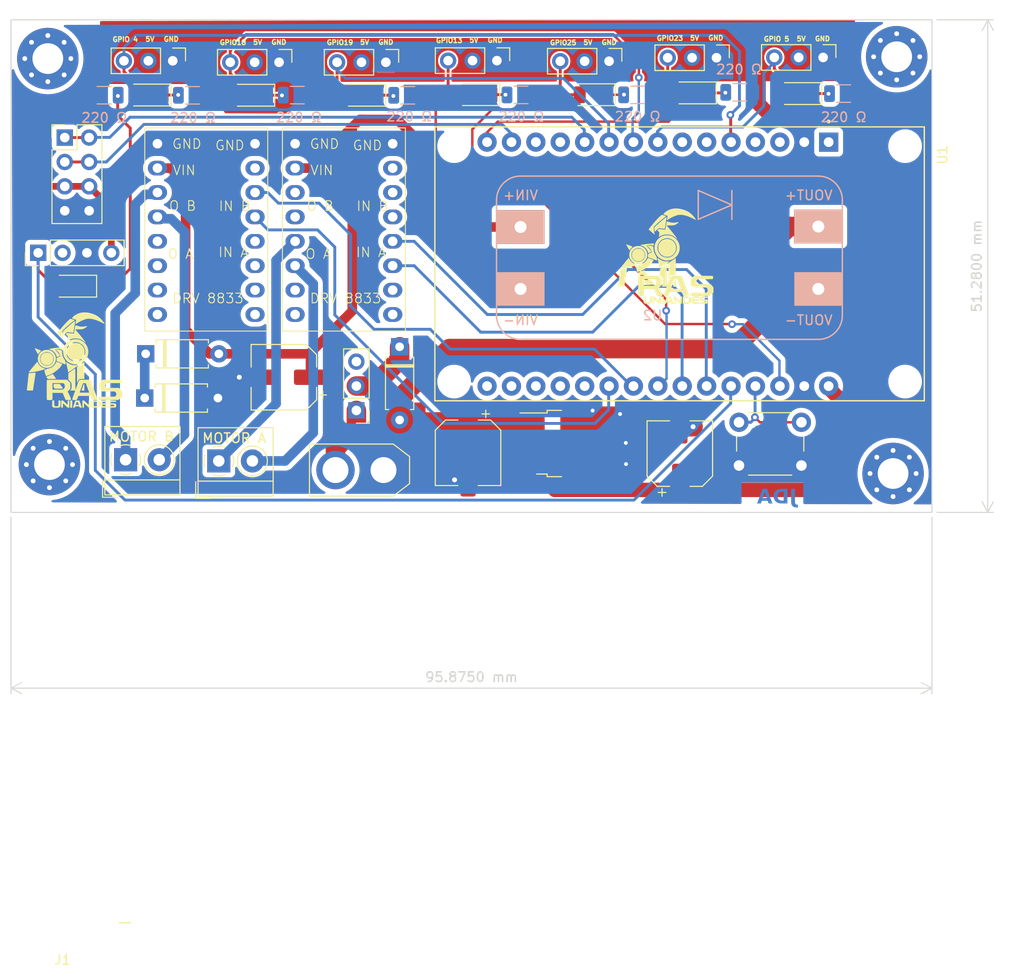
<source format=kicad_pcb>
(kicad_pcb (version 20221018) (generator pcbnew)
  (layers (0 "F.Cu" signal) (31 "B.Cu" signal) (34 "B.Paste" user) (35 "F.Paste" user) (36 "B.SilkS" user "B.Silkscreen") (37 "F.SilkS" user "F.Silkscreen") (38 "B.Mask" user) (39 "F.Mask" user) (44 "Edge.Cuts" user))
  (net 0 "")
  (net 1 "VIN M")
  (net 2 "GND")
  (net 3 "VCC")
  (net 4 "+5V")
  (net 5 "Net-(D1-K)")
  (net 6 "Net-(D3-K)")
  (net 7 "GPIO 4")
  (net 8 "Net-(D4-K)")
  (net 9 "GPIO 19")
  (net 10 "GPIO 14")
  (net 11 "Net-(D6-K)")
  (net 12 "GPIO 23")
  (net 13 "Net-(D7-K)")
  (net 14 "Net-(D8-K)")
  (net 15 "GPIO 5")
  (net 16 "Net-(D9-K)")
  (net 17 "GPIO 13")
  (net 18 "Net-(D10-K)")
  (net 19 "GPIO 18")
  (net 20 "Net-(D11-K)")
  (net 21 "+3V3")
  (net 22 "GPIO 25")
  (net 23 "SDA")
  (net 24 "SCL")
  (net 25 "OUT A1")
  (net 26 "OUT A2")
  (net 27 "OUT B1")
  (net 28 "OUT B2")
  (net 29 "Net-(J1-Pin_1)")
  (net 42 "MOTOR B2")
  (net 43 "MOTOR B1")
  (net 44 "MOTOR A2")
  (net 45 "MOTOR A1")
  (net 47 "GPIO 12")
  (net 48 "Net-(D5-K)")
  (footprint "FootPrints oled:LOGO RAS" (layer "F.Cu") (at 129.412624 76.754897)
    (fp_text reference "REF**" hide)
    (fp_text value "LOGO RAS" hide)
  )
  (footprint "DRV 8833:DRV 8833" (layer "F.Cu") (at 158.9612 84.0064)
    (fp_text reference "DRV 8833")
    (fp_text value "~" hide)
  )
  (footprint "LED_SMD:LED_1206_3216Metric" (layer "F.Cu") (at 130.22 79.38 180)
    (fp_text reference "D5" hide)
    (fp_text value "LED" hide)
  )
  (footprint "Capacitor_SMD:CP_Elec_6.3x5.9" (layer "F.Cu") (at 152 88.86 180)
    (fp_text reference "C1" hide)
    (fp_text value "100 μF ")
  )
  (footprint "Connector_PinHeader_2.54mm:PinHeader_1x03_P2.54mm_Vertical" (layer "F.Cu") (at 208.14 55.57 -90)
    (fp_text reference "J3" hide)
    (fp_text value "JS40M (VISION)")
  )
  (footprint "LED_SMD:LED_1206_3216Metric" (layer "F.Cu") (at 160.33 59.5 180)
    (fp_text reference "D4" hide)
    (fp_text value "LED" hide)
  )
  (footprint "Connector_PinHeader_2.54mm:PinHeader_1x03_P2.54mm_Vertical" (layer "F.Cu") (at 162.62 56.07 -90)
    (fp_text reference "J6" hide)
    (fp_text value "JS40M (VISION)")
  )
  (footprint "Connector_PinHeader_2.54mm:PinHeader_1x03_P2.54mm_Vertical" (layer "F.Cu") (at 159.55 92.315 180)
    (fp_text reference "SW1" hide)
    (fp_text value "SW_SPDT" hide)
  )
  (footprint "MountingHole:MountingHole_3.2mm_M3_Pad_Via" (layer "F.Cu") (at 127.427056 55.687056)
    (fp_text reference "H1" hide)
    (fp_text value "MountingHole" hide)
  )
  (footprint "Diode_THT:D_A-405_P7.62mm_Horizontal" (layer "F.Cu") (at 164.05 85.69 -90)
    (fp_text reference "D7" hide)
    (fp_text value "DIODE" hide)
  )
  (footprint "LED_SMD:LED_1206_3216Metric" (layer "F.Cu") (at 172.2 59.44 180)
    (fp_text reference "D9" hide)
    (fp_text value "LED" hide)
  )
  (footprint "TerminalBlock_4Ucon:TerminalBlock_4Ucon_1x02_P3.50mm_Horizontal" (layer "F.Cu") (at 135.525 97.45)
    (fp_text reference "J12" hide)
    (fp_text value "MOTOR B")
  )
  (footprint "LED_SMD:LED_1206_3216Metric" (layer "F.Cu") (at 194.74 59.26 180)
    (fp_text reference "D6" hide)
    (fp_text value "LED" hide)
  )
  (footprint "Connector_PinHeader_2.54mm:PinHeader_2x04_P2.54mm_Vertical" (layer "F.Cu") (at 129.19 63.91)
    (fp_text reference "J10" hide)
    (fp_text value "I2C PROTOCOL" hide)
  )
  (footprint "Connector_PinHeader_2.54mm:PinHeader_1x03_P2.54mm_Vertical" (layer "F.Cu") (at 151.5 56.07 -90)
    (fp_text reference "J5" hide)
    (fp_text value "JS40M (VISION)")
  )
  (footprint "Package_TO_SOT_SMD:TO-252-2" (layer "F.Cu") (at 181.88 95.76)
    (fp_text reference "U3" hide)
    (fp_text value "LM7805" hide)
  )
  (footprint "Diode_THT:D_A-405_P7.62mm_Horizontal" (layer "F.Cu") (at 137.515 91.025)
    (fp_text reference "D2" hide)
    (fp_text value "D_Zener" hide)
  )
  (footprint "DRV 8833:DRV 8833" (layer "F.Cu") (at 144.6312 84.0064)
    (fp_text reference "DRV 8833")
    (fp_text value "~" hide)
  )
  (footprint "MountingHole:MountingHole_3.2mm_M3_Pad_Via" (layer "F.Cu") (at 215.422944 98.882944)
    (fp_text reference "H4" hide)
    (fp_text value "MountingHole" hide)
  )
  (footprint "Connector_AMASS:AMASS_XT30U-F_1x02_P5.0mm_Vertical" (layer "F.Cu") (at 162.375 98.525 180)
    (fp_text reference "J1")
    (fp_text value "VCC" hide)
  )
  (footprint "Connector_PinHeader_2.54mm:PinHeader_1x03_P2.54mm_Vertical" (layer "F.Cu") (at 174.18 55.9 -90)
    (fp_text reference "J4" hide)
    (fp_text value "JS40M (VISION)")
  )
  (footprint "LED_SMD:LED_1206_3216Metric" (layer "F.Cu") (at 137.97 59.48 180)
    (fp_text reference "D3" hide)
    (fp_text value "LED" hide)
  )
  (footprint "ESP32-DEVKIT-V1:MODULE_ESP32_DEVKIT_V1" (layer "F.Cu") (at 193.2 77.0825 -90)
    (fp_text reference "U1")
    (fp_text value "ESP32-DEVKIT-V1")
  )
  (footprint "Capacitor_SMD:CP_Elec_6.3x5.9" (layer "F.Cu") (at 171.175 96.725 -90)
    (fp_text reference "C3" hide)
    (fp_text value "0.33  ")
  )
  (footprint "Connector_PinHeader_2.54mm:PinHeader_1x03_P2.54mm_Vertical" (layer "F.Cu") (at 140.43 55.92 -90)
    (fp_text reference "J2" hide)
    (fp_text value "JS40M (VISION)")
  )
  (footprint "Connector_PinHeader_2.54mm:PinHeader_1x03_P2.54mm_Vertical" (layer "F.Cu") (at 185.855 55.96 -90)
    (fp_text reference "J8" hide)
    (fp_text value "JS40M (VISION)")
  )
  (footprint "MountingHole:MountingHole_3.2mm_M3_Pad_Via" (layer "F.Cu") (at 215.797056 55.497056)
    (fp_text reference "H3" hide)
    (fp_text value "MountingHole" hide)
  )
  (footprint "Diode_THT:D_A-405_P7.62mm_Horizontal" (layer "F.Cu") (at 137.615 86.425)
    (fp_text reference "D1" hide)
    (fp_text value "D_Zener")
  )
  (footprint "Connector_PinHeader_2.54mm:PinHeader_1x04_P2.54mm_Vertical" (layer "F.Cu") (at 126.42 75.91 90)
    (fp_text reference "J9" hide)
    (fp_text value "MODULO STARTER" hide)
  )
  (footprint "MountingHole:MountingHole_3.2mm_M3_Pad_Via" (layer "F.Cu") (at 127.597056 97.952944)
    (fp_text reference "H2" hide)
    (fp_text value "MountingHole")
  )
  (footprint "Button_Switch_THT:SW_PUSH_6mm_H5mm" (layer "F.Cu") (at 199.38 93.55)
    (fp_text reference "J13" hide)
    (fp_text value "Conn_02x01" hide)
  )
  (footprint "TerminalBlock_4Ucon:TerminalBlock_4Ucon_1x02_P3.50mm_Horizontal" (layer "F.Cu") (at 145.225 97.575)
    (fp_text reference "J11" hide)
    (fp_text value "MOTOR A")
  )
  (footprint "Capacitor_SMD:CP_Elec_6.3x5.9" (layer "F.Cu") (at 193.22 96.81 90)
    (fp_text reference "C4" hide)
    (fp_text value "0.1 ")
  )
  (footprint "Connector_PinHeader_2.54mm:PinHeader_1x03_P2.54mm_Vertical" (layer "F.Cu") (at 197.04 55.6 -90)
    (fp_text reference "J7" hide)
    (fp_text value "JS40M (VISION)")
  )
  (footprint "FootPrints oled:LOGO RAS" (layer "F.Cu") (at 190.982624 65.934897)
    (fp_text reference "REF**" hide)
    (fp_text value "LOGO RAS" hide)
  )
  (footprint "LED_SMD:LED_1206_3216Metric" (layer "F.Cu") (at 205.72 59.33 180)
    (fp_text reference "D8" hide)
    (fp_text value "LED" hide)
  )
  (footprint "LED_SMD:LED_1206_3216Metric" (layer "F.Cu") (at 184.2 59.45 180)
    (fp_text reference "D11" hide)
    (fp_text value "LED" hide)
  )
  (footprint "LED_SMD:LED_1206_3216Metric" (layer "F.Cu") (at 148.76 59.5 180)
    (fp_text reference "D10" hide)
    (fp_text value "LED")
  )
  (footprint "Resistor_SMD:R_1206_3216Metric" (layer "B.Cu") (at 142.48 59.51)
    (fp_text reference "R1" hide)
    (fp_text value "220 Ω" hide)
  )
  (footprint "Resistor_SMD:R_1206_3216Metric" (layer "B.Cu") (at 164.9 59.51)
    (fp_text reference "R2" hide)
    (fp_text value "220 Ω" hide)
  )
  (footprint "Resistor_SMD:R_1206_3216Metric" (layer "B.Cu") (at 133.2875 59.5 180)
    (fp_text reference "R3" hide)
    (fp_text value "220 Ω" hide)
  )
  (footprint "Resistor_SMD:R_1206_3216Metric" (layer "B.Cu") (at 153.4 59.49)
    (fp_text reference "R7" hide)
    (fp_text value "220 Ω")
  )
  (footprint "Resistor_SMD:R_1206_3216Metric" (layer "B.Cu") (at 188.8325 59.46)
    (fp_text reference "R8" hide)
    (fp_text value "220 Ω" hide)
  )
  (footprint "Resistor_SMD:R_1206_3216Metric" (layer "B.Cu") (at 176.69 59.47)
    (fp_text reference "R6" hide)
    (fp_text value "220 Ω")
  )
  (footprint "Resistor_SMD:R_1206_3216Metric" (layer "B.Cu") (at 210.27 59.33)
    (fp_text reference "R5" hide)
    (fp_text value "220 Ω" hide)
  )
  (footprint "misc_footprints:MT3608_module" (layer "B.Cu") (at 190.64 76.42 180)
    (fp_text reference "U2")
    (fp_text value "~")
  )
  (footprint "Resistor_SMD:R_1206_3216Metric" (layer "B.Cu") (at 199.4625 59.2)
    (fp_text reference "R4" hide)
    (fp_text value "220 Ω")
  )
  (gr_rect (start 123.5925 51.65) (end 219.4675 102.93) (stroke (width 0.1)) (fill none) (layer "Edge.Cuts"))
  (gr_text "RAS UNIANDES" (at 217.97 87.27 90) (layer "F.Cu") (effects (font (size 1.5 1.5) (thickness 0.3) bold) (justify left bottom)))
  (gr_text "JDA" (at 205.4 102.26) (layer "B.Cu") (effects (font (size 1.5 1.5) (thickness 0.3) bold) (justify left bottom mirror)))
  (gr_text "220 Ω" (at 176.72 61.73) (layer "B.SilkS") (effects (font (size 1 1))))
  (gr_text "220 Ω" (at 165.06 61.72) (layer "B.SilkS") (effects (font (size 1 1))))
  (gr_text "220 Ω" (at 210.28 61.79) (layer "B.SilkS") (effects (font (size 1 1))))
  (gr_text "220 Ω" (at 153.57 61.81) (layer "B.SilkS") (effects (font (size 1 1))))
  (gr_text "220 Ω" (at 142.55 61.85) (layer "B.SilkS") (effects (font (size 1 1))))
  (gr_text "220 Ω" (at 133.3 61.85) (layer "B.SilkS") (effects (font (size 1 1))))
  (gr_text "220 Ω" (at 188.83 61.73) (layer "B.SilkS") (effects (font (size 1 1))))
  (gr_text "GND" (at 196.97 53.54) (layer "F.SilkS") (effects (font (size 0.5 0.5) (thickness 0.125))))
  (gr_text "GPIO 4" (at 135.49 53.69) (layer "F.SilkS") (effects (font (size 0.5 0.5) (thickness 0.125))))
  (gr_text "GND" (at 185.86 54) (layer "F.SilkS") (effects (font (size 0.5 0.5) (thickness 0.125))))
  (gr_text "GPIO 5" (at 203.29 53.65) (layer "F.SilkS") (effects (font (size 0.5 0.5) (thickness 0.125))))
  (gr_text "GPIO13" (at 169.21 53.8) (layer "F.SilkS") (effects (font (size 0.5 0.5) (thickness 0.125))))
  (gr_text "GND" (at 173.99 53.77) (layer "F.SilkS") (effects (font (size 0.5 0.5) (thickness 0.125))))
  (gr_text "5V" (at 149.27 53.99) (layer "F.SilkS") (effects (font (size 0.5 0.5) (thickness 0.125))))
  (gr_text "GPIO25" (at 181.08 54.03) (layer "F.SilkS") (effects (font (size 0.5 0.5) (thickness 0.125))))
  (gr_text "5V" (at 194.76 53.55) (layer "F.SilkS") (effects (font (size 0.5 0.5) (thickness 0.125))))
  (gr_text "GND" (at 140.27 53.66) (layer "F.SilkS") (effects (font (size 0.5 0.5) (thickness 0.125))))
  (gr_text "5V" (at 138.06 53.67) (layer "F.SilkS") (effects (font (size 0.5 0.5) (thickness 0.125))))
  (gr_text "GPIO19" (at 157.84 54.01) (layer "F.SilkS") (effects (font (size 0.5 0.5) (thickness 0.125))))
  (gr_text "5V" (at 160.41 53.99) (layer "F.SilkS") (effects (font (size 0.5 0.5) (thickness 0.125))))
  (gr_text "GPIO23" (at 192.19 53.57) (layer "F.SilkS") (effects (font (size 0.5 0.5) (thickness 0.125))))
  (gr_text "GND" (at 208.07 53.62) (layer "F.SilkS") (effects (font (size 0.5 0.5) (thickness 0.125))))
  (gr_text "5V" (at 183.65 54.01) (layer "F.SilkS") (effects (font (size 0.5 0.5) (thickness 0.125))))
  (gr_text "GPIO18" (at 146.7 54.01) (layer "F.SilkS") (effects (font (size 0.5 0.5) (thickness 0.125))))
  (gr_text "5V" (at 205.86 53.63) (layer "F.SilkS") (effects (font (size 0.5 0.5) (thickness 0.125))))
  (gr_text "GND" (at 151.48 53.98) (layer "F.SilkS") (effects (font (size 0.5 0.5) (thickness 0.125))))
  (gr_text "GND" (at 162.62 53.98) (layer "F.SilkS") (effects (font (size 0.5 0.5) (thickness 0.125))))
  (gr_text "5V" (at 171.78 53.78) (layer "F.SilkS") (effects (font (size 0.5 0.5) (thickness 0.125))))
  (dimension (type aligned) (layer "Edge.Cuts") (pts (xy 219.4675 102.93) (xy 219.4675 51.65)) (height 5.8125) (gr_text "2.0189 in" (at 224.13 77.29 90) (layer "Edge.Cuts") (effects (font (size 1 1) (thickness 0.15)))) (format (prefix "") (suffix "") (units 3) (units_format 1) (precision 4)) (style (thickness 0.1) (arrow_length 1.27) (text_position_mode 0) (extension_height 0.58642) (extension_offset 0.5) keep_text_aligned))
  (dimension (type aligned) (layer "Edge.Cuts") (pts (xy 123.5925 102.93) (xy 219.4675 102.93)) (height 18.3) (gr_text "3.7746 in" (at 171.53 120.08) (layer "Edge.Cuts") (effects (font (size 1 1) (thickness 0.15)))) (format (prefix "") (suffix "") (units 3) (units_format 1) (precision 4)) (style (thickness 0.1) (arrow_length 1.27) (text_position_mode 0) (extension_height 0.58642) (extension_offset 0.5) keep_text_aligned))
  (segment (start 154.775 86.305) (end 154.775 88.825) (width 1) (layer "F.Cu") (net 1))
  (segment (start 154.655 86.425) (end 145.235 86.425) (width 1) (layer "F.Cu") (net 1))
  (segment (start 140.2 67.09) (end 138.84 67.09) (width 1) (layer "F.Cu") (net 1))
  (segment (start 141.77 83.93) (end 141.77 68.66) (width 1) (layer "F.Cu") (net 1))
  (segment (start 159.12 62.82) (end 159.1 62.82) (width 1) (layer "F.Cu") (net 1))
  (segment (start 165.86 68.75) (end 170.33 73.22) (width 1) (layer "F.Cu") (net 1))
  (segment (start 170.33 73.22) (end 176.64 73.22) (width 1) (layer "F.Cu") (net 1))
  (segment (start 159.12 62.82) (end 159.91 62.03) (width 1) (layer "F.Cu") (net 1))
  (segment (start 165.86 64.1) (end 165.86 68.75) (width 1) (layer "F.Cu") (net 1))
  (segment (start 154.83 67.09) (end 153.17 67.09) (width 1) (layer "F.Cu") (net 1))
  (segment (start 159.12 81.96) (end 154.775 86.305) (width 1) (layer "F.Cu") (net 1))
  (segment (start 145.235 86.425) (end 144.265 86.425) (width 1) (layer "F.Cu") (net 1))
  (segment (start 154.775 86.305) (end 154.655 86.425) (width 1) (layer "F.Cu") (net 1))
  (segment (start 141.77 68.66) (end 140.2 67.09) (width 1) (layer "F.Cu") (net 1))
  (segment (start 159.1 62.82) (end 154.83 67.09) (width 1) (layer "F.Cu") (net 1))
  (segment (start 163.79 62.03) (end 165.86 64.1) (width 1) (layer "F.Cu") (net 1))
  (segment (start 159.12 62.82) (end 159.12 81.96) (width 1) (layer "F.Cu") (net 1))
  (segment (start 144.265 86.425) (end 141.77 83.93) (width 1) (layer "F.Cu") (net 1))
  (segment (start 159.91 62.03) (end 163.79 62.03) (width 1) (layer "F.Cu") (net 1))
  (segment (start 187.61 93.24) (end 187.61 94.84) (width 1) (layer "F.Cu") (net 2))
  (segment (start 194.6 94.01) (end 193.22 94.01) (width 2.032) (layer "F.Cu") (net 2))
  (segment (start 187.57 96.26) (end 186.86 96.97) (width 1) (layer "F.Cu") (net 2))
  (segment (start 183.975 92.465) (end 184.04 92.4) (width 1) (layer "F.Cu") (net 2))
  (segment (start 171.175 99.525) (end 169.785 99.525) (width 2.032) (layer "F.Cu") (net 2))
  (segment (start 187.6 97.9) (end 187.54 97.96) (width 1) (layer "F.Cu") (net 2))
  (segment (start 169.785 99.525) (end 169.77 99.54) (width 2.032) (layer "F.Cu") (net 2))
  (segment (start 185.34 95.76) (end 187.54 97.96) (width 1) (layer "F.Cu") (net 2))
  (segment (start 186.89 96.65) (end 183.975 96.65) (width 1) (layer "F.Cu") (net 2))
  (segment (start 187 92.63) (end 186.77 92.4) (width 1) (layer "F.Cu") (net 2))
  (segment (start 186.69 95.76) (end 183.98 95.76) (width 1) (layer "F.Cu") (net 2))
  (segment (start 187.06 92.69) (end 187 92.69) (width 1) (layer "F.Cu") (net 2))
  (segment (start 183.975 96.65) (end 183.975 92.465) (width 1) (layer "F.Cu") (net 2))
  (segment (start 185.09 95.76) (end 183.98 95.76) (width 1) (layer "F.Cu") (net 2))
  (segment (start 149.175 88.825) (end 147.395 88.825) (width 2.032) (layer "F.Cu") (net 2))
  (segment (start 187.61 93.24) (end 185.09 95.76) (width 1) (layer "F.Cu") (net 2))
  (segment (start 183.98 95.76) (end 185.34 95.76) (width 1) (layer "F.Cu") (net 2))
  (segment (start 187.6 95.7) (end 187.6 94.85) (width 1) (layer "F.Cu") (net 2))
  (segment (start 187.61 94.84) (end 187.6 94.85) (width 1) (layer "F.Cu") (net 2))
  (segment (start 187.6 94.85) (end 186.69 95.76) (width 1) (layer "F.Cu") (net 2))
  (segment (start 187.6 95.7) (end 187.62 95.72) (width 1) (layer "F.Cu") (net 2))
  (segment (start 184.07 92.4) (end 184.04 92.4) (width 1) (layer "F.Cu") (net 2))
  (segment (start 184.21 92.4) (end 184.14 92.33) (width 1) (layer "F.Cu") (net 2))
  (segment (start 147.395 88.825) (end 147.36 88.86) (width 2.032) (layer "F.Cu") (net 2))
  (segment (start 184.14 92.33) (end 184.07 92.4) (width 1) (layer "F.Cu") (net 2))
  (segment (start 187.62 95.72) (end 187.62 97.9) (width 1) (layer "F.Cu") (net 2))
  (segment (start 186.77 92.4) (end 184.21 92.4) (width 1) (layer "F.Cu") (net 2))
  (segment (start 187 92.69) (end 187 92.63) (width 1) (layer "F.Cu") (net 2))
  (segment (start 187.61 93.24) (end 187.06 92.69) (width 1) (layer "F.Cu") (net 2))
  (segment (start 187.62 97.9) (end 187.6 97.9) (width 1) (layer "F.Cu") (net 2))
  (via (at 147.36 88.86) (size 1.016) (drill 0.508) (layers "F.Cu" "B.Cu") (net 2))
  (via (at 194.6 94.01) (size 1.016) (drill 0.508) (layers "F.Cu" "B.Cu") (net 2))
  (via (at 169.77 99.54) (size 1.016) (drill 0.508) (layers "F.Cu" "B.Cu") (net 2))
  (via (at 187.6 95.7) (size 0.8) (drill 0.4) (layers "F.Cu" "B.Cu") (net 2))
  (via (at 184.14 92.33) (size 0.8) (drill 0.4) (layers "F.Cu" "B.Cu") (net 2))
  (via (at 187 92.69) (size 0.8) (drill 0.4) (layers "F.Cu" "B.Cu") (net 2))
  (via (at 187.62 97.9) (size 0.8) (drill 0.4) (layers "F.Cu" "B.Cu") (net 2))
  (segment (start 164.05 93.31) (end 164.05 91.075785) (width 2.032) (layer "F.Cu") (net 3))
  (segment (start 201.72 82.97) (end 201.72 76.04) (width 2.032) (layer "F.Cu") (net 3))
  (segment (start 204.59 73.17) (end 207.64 73.17) (width 2.032) (layer "F.Cu") (net 3))
  (segment (start 164.05 91.075785) (end 169.245785 85.88) (width 2.032) (layer "F.Cu") (net 3))
  (segment (start 198.81 85.88) (end 201.72 82.97) (width 2.032) (layer "F.Cu") (net 3))
  (segment (start 169.245785 85.88) (end 198.81 85.88) (width 2.032) (layer "F.Cu") (net 3))
  (segment (start 201.72 76.04) (end 204.59 73.17) (width 2.032) (layer "F.Cu") (net 3))
  (segment (start 210.26 61.95) (end 213.51 65.2) (width 1.5) (layer "F.Cu") (net 4))
  (segment (start 180.23 100.59) (end 207.23 100.59) (width 1.5) (layer "F.Cu") (net 4))
  (segment (start 202.97 61.95) (end 210.26 61.95) (width 1.5) (layer "F.Cu") (net 4))
  (segment (start 127.41 68.99) (end 126.85 68.43) (width 0.7) (layer "F.Cu") (net 4))
  (segment (start 201.42 58.16) (end 201.42 60.4) (width 1.5) (layer "F.Cu") (net 4))
  (segment (start 131.73 68.99) (end 134.04 71.3) (width 0.7) (layer "F.Cu") (net 4))
  (segment (start 131.73 68.99) (end 129.19 68.99) (width 0.7) (layer "F.Cu") (net 4))
  (segment (start 213.51 88.105) (end 210.17 91.445) (width 1.5) (layer "F.Cu") (net 4))
  (segment (start 129.19 68.99) (end 127.41 68.99) (width 0.7) (layer "F.Cu") (net 4))
  (segment (start 131.42 57.9) (end 133.14 57.9) (width 0.7) (layer "F.Cu") (net 4))
  (segment (start 126.85 62.47) (end 131.42 57.9) (width 0.7) (layer "F.Cu") (net 4))
  (segment (start 213.51 65.2) (end 213.51 88.105) (width 1.5) (layer "F.Cu") (net 4))
  (segment (start 193.17 98.66) (end 193.17 100.25) (width 1) (layer "F.Cu") (net 4))
  (segment (start 126.85 68.43) (end 126.85 62.47) (width 0.7) (layer "F.Cu") (net 4))
  (segment (start 201.42 60.4) (end 202.97 61.95) (width 1.5) (layer "F.Cu") (net 4))
  (segment (start 207.23 100.59) (end 210.17 97.65) (width 1.5) (layer "F.Cu") (net 4))
  (segment (start 210.17 97.65) (end 210.17 91.445) (width 1.5) (layer "F.Cu") (net 4))
  (segment (start 210.17 91.445) (end 208.675 89.95) (width 1.5) (layer "F.Cu") (net 4))
  (segment (start 134.04 71.3) (end 134.04 75.91) (width 0.7) (layer "F.Cu") (net 4))
  (segment (start 177.68 98.04) (end 180.23 100.59) (width 1.5) (layer "F.Cu") (net 4))
  (segment (start 137.515 86.525) (end 137.615 86.425) (width 1) (layer "B.Cu") (net 5))
  (segment (start 137.515 91.025) (end 137.515 86.525) (width 1) (layer "B.Cu") (net 5))
  (segment (start 139.37 59.48) (end 140.99 59.48) (width 0.3) (layer "F.Cu") (net 6))
  (segment (start 140.99 59.48) (end 141 59.47) (width 0.3) (layer "F.Cu") (net 6))
  (via (at 141 59.47) (size 0.8) (drill 0.4) (layers "F.Cu" "B.Cu") (net 6))
  (segment (start 198.515 61.585) (end 198.515 64.55) (width 0.3) (layer "F.Cu") (net 7))
  (segment (start 198.48 61.55) (end 198.515 61.585) (width 0.3) (layer "F.Cu") (net 7))
  (segment (start 135.35 57.04) (end 136.57 58.26) (width 0.3) (layer "F.Cu") (net 7))
  (segment (start 135.35 55.92) (end 135.35 57.04) (width 0.3) (layer "F.Cu") (net 7))
  (segment (start 136.57 58.26) (end 136.57 59.48) (width 0.3) (layer "F.Cu") (net 7))
  (via (at 198.48 61.55) (size 0.8) (drill 0.4) (layers "F.Cu" "B.Cu") (net 7))
  (segment (start 198.48 61.55) (end 199.43 60.6) (width 0.3) (layer "B.Cu") (net 7))
  (segment (start 136.6 53.27) (end 135.35 54.52) (width 0.3) (layer "B.Cu") (net 7))
  (segment (start 199.43 60.6) (end 199.43 54.93) (width 0.3) (layer "B.Cu") (net 7))
  (segment (start 197.77 53.27) (end 136.6 53.27) (width 0.3) (layer "B.Cu") (net 7))
  (segment (start 199.43 54.93) (end 197.77 53.27) (width 0.3) (layer "B.Cu") (net 7))
  (segment (start 135.35 54.52) (end 135.35 55.92) (width 0.3) (layer "B.Cu") (net 7))
  (segment (start 163.32 59.5) (end 163.4 59.58) (width 0.3) (layer "F.Cu") (net 8))
  (segment (start 161.73 59.5) (end 163.32 59.5) (width 0.3) (layer "F.Cu") (net 8))
  (via (at 163.4 59.58) (size 0.8) (drill 0.4) (layers "F.Cu" "B.Cu") (net 8))
  (segment (start 157.54 58.76) (end 158.28 59.5) (width 0.3) (layer "F.Cu") (net 9))
  (segment (start 158.28 59.5) (end 158.93 59.5) (width 0.3) (layer "F.Cu") (net 9))
  (segment (start 157.54 56.07) (end 157.54 58.76) (width 0.3) (layer "F.Cu") (net 9))
  (segment (start 158.42 57.75) (end 181.12 57.75) (width 0.3) (layer "B.Cu") (net 9))
  (segment (start 185.815 62.445) (end 185.815 64.55) (width 0.3) (layer "B.Cu") (net 9))
  (segment (start 157.54 56.87) (end 158.42 57.75) (width 0.3) (layer "B.Cu") (net 9))
  (segment (start 181.12 57.75) (end 185.815 62.445) (width 0.3) (layer "B.Cu") (net 9))
  (segment (start 157.54 56.07) (end 157.54 56.87) (width 0.3) (layer "B.Cu") (net 9))
  (segment (start 126.42 75.91) (end 126.42 77.7) (width 0.3) (layer "F.Cu") (net 10))
  (segment (start 126.42 77.7) (end 128.1 79.38) (width 0.3) (layer "F.Cu") (net 10))
  (segment (start 128.1 79.38) (end 128.82 79.38) (width 0.3) (layer "F.Cu") (net 10))
  (segment (start 126.42 82.6) (end 132.37 88.55) (width 0.3) (layer "B.Cu") (net 10))
  (segment (start 188.45 101.65) (end 198.515 91.585) (width 0.3) (layer "B.Cu") (net 10))
  (segment (start 132.37 98.56) (end 135.46 101.65) (width 0.3) (layer "B.Cu") (net 10))
  (segment (start 126.42 75.91) (end 126.42 82.6) (width 0.3) (layer "B.Cu") (net 10))
  (segment (start 198.515 91.585) (end 198.515 89.95) (width 0.3) (layer "B.Cu") (net 10))
  (segment (start 132.37 88.55) (end 132.37 98.56) (width 0.3) (layer "B.Cu") (net 10))
  (segment (start 135.46 101.65) (end 188.45 101.65) (width 0.3) (layer "B.Cu") (net 10))
  (segment (start 197.94 59.26) (end 197.96 59.24) (width 0.3) (layer "F.Cu") (net 11))
  (segment (start 196.14 59.26) (end 197.94 59.26) (width 0.3) (layer "F.Cu") (net 11))
  (via (at 197.96 59.24) (size 0.8) (drill 0.4) (layers "F.Cu" "B.Cu") (net 11))
  (segment (start 193.34 60.96) (end 193.34 59.26) (width 0.25) (layer "F.Cu") (net 12))
  (segment (start 191.96 58.66) (end 192.56 59.26) (width 0.3) (layer "F.Cu") (net 12))
  (segment (start 192.56 59.26) (end 193.34 59.26) (width 0.3) (layer "F.Cu") (net 12))
  (segment (start 174.27 62.25) (end 173.115 63.405) (width 0.25) (layer "F.Cu") (net 12))
  (segment (start 192.05 62.25) (end 193.34 60.96) (width 0.25) (layer "F.Cu") (net 12))
  (segment (start 191.96 55.6) (end 191.96 58.66) (width 0.3) (layer "F.Cu") (net 12))
  (segment (start 192.05 62.25) (end 174.27 62.25) (width 0.25) (layer "F.Cu") (net 12))
  (segment (start 173.115 63.405) (end 173.115 64.55) (width 0.25) (layer "F.Cu") (net 12))
  (segment (start 161.305 89.775) (end 164.05 87.03) (width 2.032) (layer "F.Cu") (net 13))
  (segment (start 164.05 87.03) (end 164.05 85.69) (width 2.032) (layer "F.Cu") (net 13))
  (segment (start 159.55 89.775) (end 161.305 89.775) (width 2.032) (layer "F.Cu") (net 13))
  (segment (start 208.68 59.33) (end 208.7 59.35) (width 0.3) (layer "F.Cu") (net 14))
  (segment (start 207.12 59.33) (end 208.68 59.33) (width 0.3) (layer "F.Cu") (net 14))
  (via (at 208.7 59.35) (size 0.8) (drill 0.4) (layers "F.Cu" "B.Cu") (net 14))
  (segment (start 204.32 58.03) (end 204.32 59.33) (width 0.3) (layer "F.Cu") (net 15))
  (segment (start 203.06 56.77) (end 204.32 58.03) (width 0.3) (layer "F.Cu") (net 15))
  (segment (start 203.06 55.57) (end 203.06 56.77) (width 0.3) (layer "F.Cu") (net 15))
  (segment (start 199.8 62.81) (end 201.97 60.64) (width 0.3) (layer "B.Cu") (net 15))
  (segment (start 201.97 60.64) (end 201.97 57.17) (width 0.3) (layer "B.Cu") (net 15))
  (segment (start 190.895 63.285) (end 191.37 62.81) (width 0.3) (layer "B.Cu") (net 15))
  (segment (start 201.97 57.17) (end 203.24 55.9) (width 0.3) (layer "B.Cu") (net 15))
  (segment (start 191.37 62.81) (end 199.8 62.81) (width 0.3) (layer "B.Cu") (net 15))
  (segment (start 190.895 64.55) (end 190.895 63.285) (width 0.3) (layer "B.Cu") (net 15))
  (segment (start 175.06 59.44) (end 175.07 59.45) (width 0.3) (layer "F.Cu") (net 16))
  (segment (start 173.6 59.44) (end 175.06 59.44) (width 0.3) (layer "F.Cu") (net 16))
  (via (at 175.07 59.45) (size 0.8) (drill 0.4) (layers "F.Cu" "B.Cu") (net 16))
  (segment (start 177.93 69.56) (end 171.07 69.56) (width 0.25) (layer "F.Cu") (net 17))
  (segment (start 171.07 69.56) (end 167.81 66.3) (width 0.25) (layer "F.Cu") (net 17))
  (segment (start 169.1 55.9) (end 169.1 59.42) (width 0.3) (layer "F.Cu") (net 17))
  (segment (start 170.64 59.49) (end 169.17 59.49) (width 0.25) (layer "F.Cu") (net 17))
  (segment (start 167.81 60.85) (end 169.17 59.49) (width 0.25) (layer "F.Cu") (net 17))
  (segment (start 169.1 59.42) (end 169.17 59.49) (width 0.3) (layer "F.Cu") (net 17))
  (segment (start 198.64 83.32) (end 191.69 83.32) (width 0.25) (layer "F.Cu") (net 17))
  (segment (start 191.69 83.32) (end 177.93 69.56) (width 0.25) (layer "F.Cu") (net 17))
  (segment (start 198.66 83.34) (end 198.64 83.32) (width 0.25) (layer "F.Cu") (net 17))
  (segment (start 167.81 66.3) (end 167.81 60.85) (width 0.25) (layer "F.Cu") (net 17))
  (via (at 198.66 83.34) (size 0.8) (drill 0.4) (layers "F.Cu" "B.Cu") (net 17))
  (segment (start 203.595 87.135) (end 203.595 89.95) (width 0.25) (layer "B.Cu") (net 17))
  (segment (start 199.8 83.34) (end 203.595 87.135) (width 0.25) (layer "B.Cu") (net 17))
  (segment (start 198.66 83.34) (end 199.8 83.34) (width 0.25) (layer "B.Cu") (net 17))
  (segment (start 151.78 59.5) (end 151.8 59.52) (width 0.3) (layer "F.Cu") (net 18))
  (segment (start 150.16 59.5) (end 151.78 59.5) (width 0.3) (layer "F.Cu") (net 18))
  (via (at 151.8 59.52) (size 0.8) (drill 0.4) (layers "F.Cu" "B.Cu") (net 18))
  (segment (start 146.42 57.24) (end 147.36 58.18) (width 0.3) (layer "F.Cu") (net 19))
  (segment (start 147.36 58.18) (end 147.36 59.5) (width 0.3) (layer "F.Cu") (net 19))
  (segment (start 188.96 55.86) (end 186.51 53.41) (width 0.25) (layer "F.Cu") (net 19))
  (segment (start 188.95 57.66) (end 188.96 57.65) (width 0.25) (layer "F.Cu") (net 19))
  (segment (start 188.96 57.65) (end 188.96 55.86) (width 0.25) (layer "F.Cu") (net 19))
  (segment (start 186.29 53.19) (end 186.51 53.41) (width 0.3) (layer "F.Cu") (net 19))
  (segment (start 146.42 56.07) (end 146.42 57.24) (width 0.3) (layer "F.Cu") (net 19))
  (segment (start 148.08 53.19) (end 186.29 53.19) (width 0.3) (layer "F.Cu") (net 19))
  (segment (start 146.42 54.85) (end 148.08 53.19) (width 0.3) (layer "F.Cu") (net 19))
  (segment (start 146.42 56.07) (end 146.42 54.85) (width 0.3) (layer "F.Cu") (net 19))
  (via (at 188.95 57.66) (size 0.8) (drill 0.4) (layers "F.Cu" "B.Cu") (net 19))
  (segment (start 188.95 61.28) (end 188.305 61.925) (width 0.25) (layer "B.Cu") (net 19))
  (segment (start 188.305 61.925) (end 188.305 64.52) (width 0.25) (layer "B.Cu") (net 19))
  (segment (start 188.95 57.66) (end 188.95 61.28) (width 0.25) (layer "B.Cu") (net 19))
  (segment (start 188.15 64.345) (end 188.355 64.55) (width 0.25) (layer "B.Cu") (net 19))
  (segment (start 187.4 59.45) (end 187.41 59.44) (width 0.25) (layer "F.Cu") (net 20))
  (segment (start 185.6 59.45) (end 187.4 59.45) (width 0.25) (layer "F.Cu") (net 20))
  (via (at 187.41 59.44) (size 0.8) (drill 0.4) (layers "F.Cu" "B.Cu") (net 20))
  (segment (start 173.64 61.03) (end 182.03 61.03) (width 0.25) (layer "F.Cu") (net 22))
  (segment (start 184.49 73.46) (end 184.49 73.4) (width 0.25) (layer "F.Cu") (net 22))
  (segment (start 171.62 63.05) (end 173.64 61.03) (width 0.25) (layer "F.Cu") (net 22))
  (segment (start 174.49 68.77) (end 171.62 65.9) (width 0.25) (layer "F.Cu") (net 22))
  (segment (start 184.49 73.4) (end 179.86 68.77) (width 0.25) (layer "F.Cu") (net 22))
  (segment (start 191.8 80.77) (end 184.49 73.46) (width 0.25) (layer "F.Cu") (net 22))
  (segment (start 181.5 59.45) (end 182.8 59.45) (width 0.3) (layer "F.Cu") (net 22))
  (segment (start 171.62 65.9) (end 171.62 63.05) (width 0.25) (layer "F.Cu") (net 22))
  (segment (start 180.775 58.725) (end 181.5 59.45) (width 0.3) (layer "F.Cu") (net 22))
  (segment (start 182.03 61.03) (end 182.8 60.26) (width 0.25) (layer "F.Cu") (net 22))
  (segment (start 179.86 68.77) (end 174.49 68.77) (width 0.25) (layer "F.Cu") (net 22))
  (segment (start 180.775 55.96) (end 180.775 58.725) (width 0.3) (layer "F.Cu") (net 22))
  (segment (start 182.8 60.26) (end 182.8 59.45) (width 0.25) (layer "F.Cu") (net 22))
  (segment (start 191.8 81.93) (end 191.8 80.77) (width 0.25) (layer "F.Cu") (net 22))
  (via (at 191.8 81.93) (size 0.8) (drill 0.4) (layers "F.Cu" "B.Cu") (net 22))
  (segment (start 191.84 89.005) (end 190.895 89.95) (width 0.25) (layer "B.Cu") (net 22))
  (segment (start 191.84 81.97) (end 191.84 89.005) (width 0.25) (layer "B.Cu") (net 22))
  (segment (start 191.8 81.93) (end 191.84 81.97) (width 0.25) (layer "B.Cu") (net 22))
  (segment (start 129.19 63.91) (end 131.73 63.91) (width 0.3) (layer "F.Cu") (net 23))
  (segment (start 131.73 63.91) (end 131.75 63.89) (width 0.3) (layer "B.Cu") (net 23))
  (segment (start 135.98 61.79) (end 181.97 61.79) (width 0.3) (layer "B.Cu") (net 23))
  (segment (start 181.97 61.79) (end 183.275 63.095) (width 0.3) (layer "B.Cu") (net 23))
  (segment (start 133.88 63.89) (end 135.98 61.79) (width 0.3) (layer "B.Cu") (net 23))
  (segment (start 183.275 63.095) (end 183.275 64.55) (width 0.3) (layer "B.Cu") (net 23))
  (segment (start 131.75 63.89) (end 133.88 63.89) (width 0.3) (layer "B.Cu") (net 23))
  (segment (start 129.19 66.45) (end 131.73 66.45) (width 0.3) (layer "F.Cu") (net 24))
  (segment (start 174.72 62.54) (end 175.655 63.475) (width 0.3) (layer "B.Cu") (net 24))
  (segment (start 175.655 63.475) (end 175.655 64.55) (width 0.3) (layer "B.Cu") (net 24))
  (segment (start 137.43 62.54) (end 174.72 62.54) (width 0.3) (layer "B.Cu") (net 24))
  (segment (start 133.52 66.45) (end 137.43 62.54) (width 0.3) (layer "B.Cu") (net 24))
  (segment (start 131.73 66.45) (end 133.52 66.45) (width 0.3) (layer "B.Cu") (net 24))
  (segment (start 151.19 91.61) (end 151.19 76.69) (width 1) (layer "B.Cu") (net 25))
  (segment (start 151.19 76.69) (end 153.17 74.71) (width 1) (layer "B.Cu") (net 25))
  (segment (start 145.225 97.575) (end 151.19 91.61) (width 1) (layer "B.Cu") (net 25))
  (segment (start 155.06 79.14) (end 153.17 77.25) (width 1) (layer "B.Cu") (net 26))
  (segment (start 152.125 97.575) (end 155.06 94.64) (width 1) (layer "B.Cu") (net 26))
  (segment (start 155.06 94.64) (end 155.06 79.14) (width 1) (layer "B.Cu") (net 26))
  (segment (start 148.725 97.575) (end 152.125 97.575) (width 1) (layer "B.Cu") (net 26))
  (segment (start 136.53 70.85) (end 136.53 80.11) (width 1) (layer "B.Cu") (net 27))
  (segment (start 136.53 80.11) (end 134.44 82.2) (width 1) (layer "B.Cu") (net 27))
  (segment (start 134.44 82.2) (end 134.44 94.14) (width 1) (layer "B.Cu") (net 27))
  (segment (start 134.44 94.14) (end 135.525 95.225) (width 1) (layer "B.Cu") (net 27))
  (segment (start 137.56 69.82) (end 136.53 70.85) (width 1) (layer "B.Cu") (net 27))
  (segment (start 135.525 95.225) (end 135.525 97.45) (width 1) (layer "B.Cu") (net 27))
  (segment (start 138.84 69.82) (end 137.56 69.82) (width 1) (layer "B.Cu") (net 27))
  (segment (start 140.27 72.36) (end 138.84 72.36) (width 1) (layer "B.Cu") (net 28))
  (segment (start 141.65 94.825) (end 141.65 73.74) (width 1) (layer "B.Cu") (net 28))
  (segment (start 141.65 73.74) (end 140.27 72.36) (width 1) (layer "B.Cu") (net 28))
  (segment (start 139.025 97.45) (end 141.65 94.825) (width 1) (layer "B.Cu") (net 28))
  (segment (start 157.375 96.235) (end 157.375 98.525) (width 2.032) (layer "F.Cu") (net 29))
  (segment (start 159.55 94.06) (end 157.375 96.235) (width 2.032) (layer "F.Cu") (net 29))
  (segment (start 159.55 92.315) (end 159.55 94.06) (width 2.032) (layer "F.Cu") (net 29))
  (segment (start 168.6 93.67) (end 184.38 93.67) (width 0.3) (layer "B.Cu") (net 42))
  (segment (start 155.51 73.52) (end 157.3 75.31) (width 0.3) (layer "B.Cu") (net 42))
  (segment (start 184.38 93.67) (end 185.815 92.235) (width 0.3) (layer "B.Cu") (net 42))
  (segment (start 185.815 92.235) (end 185.815 89.95) (width 0.3) (layer "B.Cu") (net 42))
  (segment (start 157.3 82.37) (end 168.6 93.67) (width 0.3) (layer "B.Cu") (net 42))
  (segment (start 150.35 73.52) (end 155.51 73.52) (width 0.3) (layer "B.Cu") (net 42))
  (segment (start 149 72.17) (end 150.35 73.52) (width 0.3) (layer "B.Cu") (net 42))
  (segment (start 157.3 75.31) (end 157.3 82.37) (width 0.3) (layer "B.Cu") (net 42))
  (segment (start 151.432 70.742) (end 155.662 70.742) (width 0.3) (layer "B.Cu") (net 43))
  (segment (start 155.662 70.742) (end 158.95 74.03) (width 0.3) (layer "B.Cu") (net 43))
  (segment (start 158.95 81.44) (end 161.38 83.87) (width 0.3) (layer "B.Cu") (net 43))
  (segment (start 169.3 85.93) (end 184.335 85.93) (width 0.3) (layer "B.Cu") (net 43))
  (segment (start 149 69.63) (end 150.32 69.63) (width 0.3) (layer "B.Cu") (net 43))
  (segment (start 161.38 83.87) (end 167.24 83.87) (width 0.3) (layer "B.Cu") (net 43))
  (segment (start 167.24 83.87) (end 169.3 85.93) (width 0.3) (layer "B.Cu") (net 43))
  (segment (start 184.335 85.93) (end 188.355 89.95) (width 0.3) (layer "B.Cu") (net 43))
  (segment (start 158.95 74.03) (end 158.95 81.44) (width 0.3) (layer "B.Cu") (net 43))
  (segment (start 150.32 69.63) (end 151.432 70.742) (width 0.3) (layer "B.Cu") (net 43))
  (segment (start 184.15 84.17) (end 188.92 79.4) (width 0.3) (layer "B.Cu") (net 44))
  (segment (start 193.46 89.925) (end 193.435 89.95) (width 0.3) (layer "B.Cu") (net 44))
  (segment (start 188.92 79.4) (end 192.54 79.4) (width 0.3) (layer "B.Cu") (net 44))
  (segment (start 165.57 77.25) (end 172.49 84.17) (width 0.3) (layer "B.Cu") (net 44))
  (segment (start 163.33 77.25) (end 165.57 77.25) (width 0.3) (layer "B.Cu") (net 44))
  (segment (start 193.46 80.32) (end 193.46 89.925) (width 0.3) (layer "B.Cu") (net 44))
  (segment (start 172.49 84.17) (end 184.15 84.17) (width 0.3) (layer "B.Cu") (net 44))
  (segment (start 192.54 79.4) (end 193.46 80.32) (width 0.3) (layer "B.Cu") (net 44))
  (segment (start 165.56 74.71) (end 173.18 82.33) (width 0.3) (layer "B.Cu") (net 45))
  (segment (start 187.79 77.65) (end 193.93 77.65) (width 0.3) (layer "B.Cu") (net 45))
  (segment (start 183.11 82.33) (end 187.79 77.65) (width 0.3) (layer "B.Cu") (net 45))
  (segment (start 193.93 77.65) (end 195.975 79.695) (width 0.3) (layer "B.Cu") (net 45))
  (segment (start 195.975 79.695) (end 195.975 89.95) (width 0.3) (layer "B.Cu") (net 45))
  (segment (start 163.33 74.71) (end 165.56 74.71) (width 0.3) (layer "B.Cu") (net 45))
  (segment (start 173.18 82.33) (end 183.11 82.33) (width 0.3) (layer "B.Cu") (net 45))
  (segment (start 201.56 93.55) (end 201.04 93.03) (width 0.25) (layer "F.Cu") (net 47))
  (segment (start 205.88 93.55) (end 201.56 93.55) (width 0.25) (layer "F.Cu") (net 47))
  (via (at 201.04 93.03) (size 0.8) (drill 0.4) (layers "F.Cu" "B.Cu") (net 47))
  (segment (start 201.055 93.105) (end 201.055 89.95) (width 0.3) (layer "B.Cu") (net 47))
  (segment (start 200.61 93.55) (end 201.055 93.105) (width 0.3) (layer "B.Cu") (net 47))
  (segment (start 199.38 93.55) (end 200.61 93.55) (width 0.3) (layer "B.Cu") (net 47))
  (segment (start 134.7 59.6) (end 134.72 59.58) (width 0.3) (layer "F.Cu") (net 48))
  (segment (start 136.01 62.93) (end 134.7 61.62) (width 0.3) (layer "F.Cu") (net 48))
  (segment (start 136.01 73.89) (end 136.01 62.93) (width 0.3) (layer "F.Cu") (net 48))
  (segment (start 136.01 77.56) (end 136.01 73.89) (width 0.3) (layer "F.Cu") (net 48))
  (segment (start 134.15 79.38) (end 134.17 79.4) (width 0.3) (layer "F.Cu") (net 48))
  (segment (start 134.17 79.4) (end 136.01 77.56) (width 0.3) (layer "F.Cu") (net 48))
  (segment (start 131.62 79.38) (end 134.15 79.38) (width 0.3) (layer "F.Cu") (net 48))
  (segment (start 134.7 61.62) (end 134.7 59.6) (width 0.3) (layer "F.Cu") (net 48))
  (via (at 134.72 59.58) (size 0.8) (drill 0.4) (layers "F.Cu" "B.Cu") (net 48))
  (zone (net 3) (net_name "VCC") (layer "F.Cu") (priority 1) (connect_pads yes (clearance 0.5)) (min_thickness 0.25) (fill yes (thermal_gap 0.5) (thermal_bridge_width 0.5))
    (polygon (pts (xy 162.52 91.54) (xy 166.72 91.48) (xy 166.76 92.51) (xy 179.14 92.38) (xy 179.17 95.91) (xy 165.9 95.96) (xy 163.48 94.9) (xy 162.17 94.68) (xy 162.21 91.51) (xy 162.54 91.54) (xy 162.68 91.64) (xy 162.5 91.61)))
  )
  (zone (net 4) (net_name "+5V") (layer "F.Cu") (priority 2) (connect_pads yes (clearance 0)) (min_thickness 0.25) (fill yes (thermal_gap 0.5) (thermal_bridge_width 0.5))
    (polygon (pts (xy 211.45 52.79) (xy 211.45 58.03) (xy 154.31 58.12) (xy 152.59 61.41) (xy 145.88 61.38) (xy 143.94 58.34) (xy 132.85 58.33) (xy 132.86 51.78) (xy 211.45 51.6)))
  )
  (zone (net 2) (net_name "GND") (layer "B.Cu") (connect_pads yes (clearance 0.5)) (min_thickness 0.25) (fill yes (thermal_gap 0.5) (thermal_bridge_width 0.5))
    (polygon (pts (xy 123.66 52.2) (xy 219.58 51.85) (xy 219.71 102.1) (xy 123.8 101.88)))
  )
)
</source>
